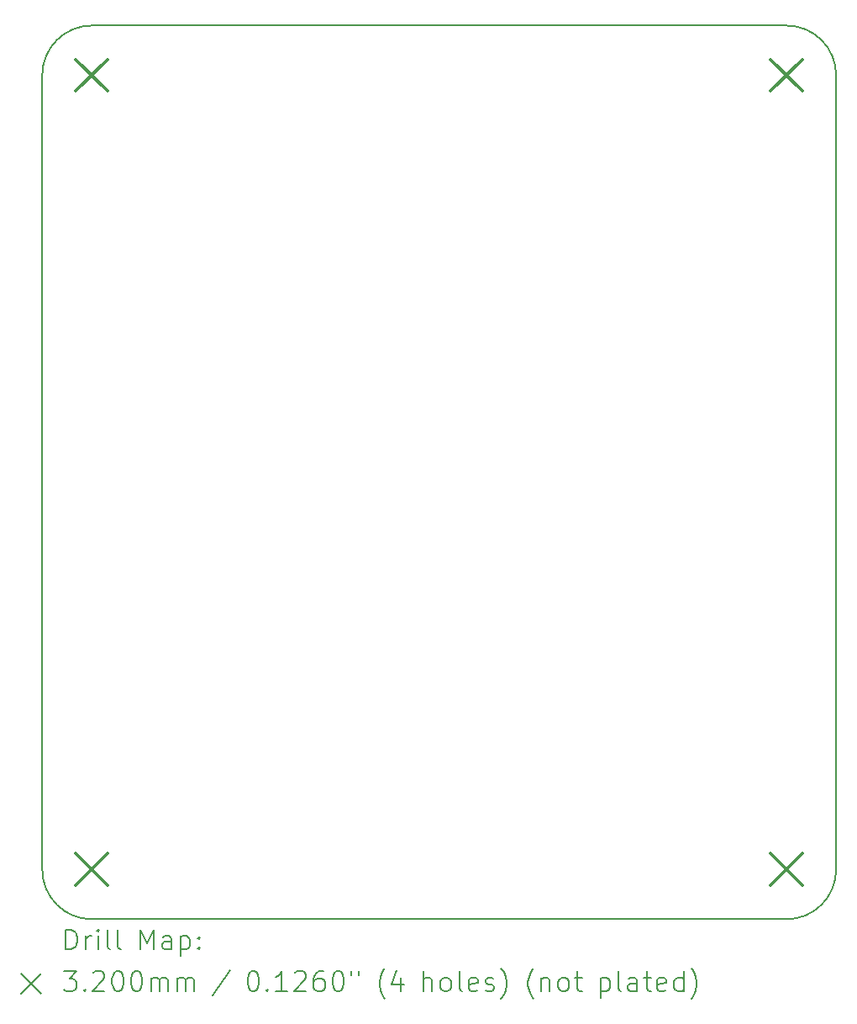
<source format=gbr>
%TF.GenerationSoftware,KiCad,Pcbnew,(7.0.0)*%
%TF.CreationDate,2023-04-04T20:57:11-04:00*%
%TF.ProjectId,ArenaController,4172656e-6143-46f6-9e74-726f6c6c6572,v0.4*%
%TF.SameCoordinates,Original*%
%TF.FileFunction,Drillmap*%
%TF.FilePolarity,Positive*%
%FSLAX45Y45*%
G04 Gerber Fmt 4.5, Leading zero omitted, Abs format (unit mm)*
G04 Created by KiCad (PCBNEW (7.0.0)) date 2023-04-04 20:57:11*
%MOMM*%
%LPD*%
G01*
G04 APERTURE LIST*
%ADD10C,0.200000*%
%ADD11C,0.320000*%
G04 APERTURE END LIST*
D10*
X10000000Y-4500000D02*
G75*
G03*
X9500000Y-5000000I0J-500000D01*
G01*
X9500000Y-13000000D02*
G75*
G03*
X10000000Y-13500000I500000J0D01*
G01*
X17500000Y-5000000D02*
G75*
G03*
X17000000Y-4500000I-500000J0D01*
G01*
X17500000Y-5000000D02*
X17500000Y-13000000D01*
X10000000Y-4500000D02*
X17000000Y-4500000D01*
X9500000Y-13000000D02*
X9500000Y-5000000D01*
X17000000Y-13500000D02*
G75*
G03*
X17500000Y-13000000I0J500000D01*
G01*
X17000000Y-13500000D02*
X10000000Y-13500000D01*
D11*
X9840000Y-4840000D02*
X10160000Y-5160000D01*
X10160000Y-4840000D02*
X9840000Y-5160000D01*
X9840000Y-12840000D02*
X10160000Y-13160000D01*
X10160000Y-12840000D02*
X9840000Y-13160000D01*
X16840000Y-4840000D02*
X17160000Y-5160000D01*
X17160000Y-4840000D02*
X16840000Y-5160000D01*
X16840000Y-12840000D02*
X17160000Y-13160000D01*
X17160000Y-12840000D02*
X16840000Y-13160000D01*
D10*
X9737619Y-13803476D02*
X9737619Y-13603476D01*
X9737619Y-13603476D02*
X9785238Y-13603476D01*
X9785238Y-13603476D02*
X9813810Y-13613000D01*
X9813810Y-13613000D02*
X9832857Y-13632048D01*
X9832857Y-13632048D02*
X9842381Y-13651095D01*
X9842381Y-13651095D02*
X9851905Y-13689190D01*
X9851905Y-13689190D02*
X9851905Y-13717762D01*
X9851905Y-13717762D02*
X9842381Y-13755857D01*
X9842381Y-13755857D02*
X9832857Y-13774905D01*
X9832857Y-13774905D02*
X9813810Y-13793952D01*
X9813810Y-13793952D02*
X9785238Y-13803476D01*
X9785238Y-13803476D02*
X9737619Y-13803476D01*
X9937619Y-13803476D02*
X9937619Y-13670143D01*
X9937619Y-13708238D02*
X9947143Y-13689190D01*
X9947143Y-13689190D02*
X9956667Y-13679667D01*
X9956667Y-13679667D02*
X9975714Y-13670143D01*
X9975714Y-13670143D02*
X9994762Y-13670143D01*
X10061429Y-13803476D02*
X10061429Y-13670143D01*
X10061429Y-13603476D02*
X10051905Y-13613000D01*
X10051905Y-13613000D02*
X10061429Y-13622524D01*
X10061429Y-13622524D02*
X10070952Y-13613000D01*
X10070952Y-13613000D02*
X10061429Y-13603476D01*
X10061429Y-13603476D02*
X10061429Y-13622524D01*
X10185238Y-13803476D02*
X10166190Y-13793952D01*
X10166190Y-13793952D02*
X10156667Y-13774905D01*
X10156667Y-13774905D02*
X10156667Y-13603476D01*
X10290000Y-13803476D02*
X10270952Y-13793952D01*
X10270952Y-13793952D02*
X10261429Y-13774905D01*
X10261429Y-13774905D02*
X10261429Y-13603476D01*
X10486190Y-13803476D02*
X10486190Y-13603476D01*
X10486190Y-13603476D02*
X10552857Y-13746333D01*
X10552857Y-13746333D02*
X10619524Y-13603476D01*
X10619524Y-13603476D02*
X10619524Y-13803476D01*
X10800476Y-13803476D02*
X10800476Y-13698714D01*
X10800476Y-13698714D02*
X10790952Y-13679667D01*
X10790952Y-13679667D02*
X10771905Y-13670143D01*
X10771905Y-13670143D02*
X10733809Y-13670143D01*
X10733809Y-13670143D02*
X10714762Y-13679667D01*
X10800476Y-13793952D02*
X10781429Y-13803476D01*
X10781429Y-13803476D02*
X10733809Y-13803476D01*
X10733809Y-13803476D02*
X10714762Y-13793952D01*
X10714762Y-13793952D02*
X10705238Y-13774905D01*
X10705238Y-13774905D02*
X10705238Y-13755857D01*
X10705238Y-13755857D02*
X10714762Y-13736809D01*
X10714762Y-13736809D02*
X10733809Y-13727286D01*
X10733809Y-13727286D02*
X10781429Y-13727286D01*
X10781429Y-13727286D02*
X10800476Y-13717762D01*
X10895714Y-13670143D02*
X10895714Y-13870143D01*
X10895714Y-13679667D02*
X10914762Y-13670143D01*
X10914762Y-13670143D02*
X10952857Y-13670143D01*
X10952857Y-13670143D02*
X10971905Y-13679667D01*
X10971905Y-13679667D02*
X10981429Y-13689190D01*
X10981429Y-13689190D02*
X10990952Y-13708238D01*
X10990952Y-13708238D02*
X10990952Y-13765381D01*
X10990952Y-13765381D02*
X10981429Y-13784428D01*
X10981429Y-13784428D02*
X10971905Y-13793952D01*
X10971905Y-13793952D02*
X10952857Y-13803476D01*
X10952857Y-13803476D02*
X10914762Y-13803476D01*
X10914762Y-13803476D02*
X10895714Y-13793952D01*
X11076667Y-13784428D02*
X11086190Y-13793952D01*
X11086190Y-13793952D02*
X11076667Y-13803476D01*
X11076667Y-13803476D02*
X11067143Y-13793952D01*
X11067143Y-13793952D02*
X11076667Y-13784428D01*
X11076667Y-13784428D02*
X11076667Y-13803476D01*
X11076667Y-13679667D02*
X11086190Y-13689190D01*
X11086190Y-13689190D02*
X11076667Y-13698714D01*
X11076667Y-13698714D02*
X11067143Y-13689190D01*
X11067143Y-13689190D02*
X11076667Y-13679667D01*
X11076667Y-13679667D02*
X11076667Y-13698714D01*
X9290000Y-14050000D02*
X9490000Y-14250000D01*
X9490000Y-14050000D02*
X9290000Y-14250000D01*
X9718571Y-14023476D02*
X9842381Y-14023476D01*
X9842381Y-14023476D02*
X9775714Y-14099667D01*
X9775714Y-14099667D02*
X9804286Y-14099667D01*
X9804286Y-14099667D02*
X9823333Y-14109190D01*
X9823333Y-14109190D02*
X9832857Y-14118714D01*
X9832857Y-14118714D02*
X9842381Y-14137762D01*
X9842381Y-14137762D02*
X9842381Y-14185381D01*
X9842381Y-14185381D02*
X9832857Y-14204428D01*
X9832857Y-14204428D02*
X9823333Y-14213952D01*
X9823333Y-14213952D02*
X9804286Y-14223476D01*
X9804286Y-14223476D02*
X9747143Y-14223476D01*
X9747143Y-14223476D02*
X9728095Y-14213952D01*
X9728095Y-14213952D02*
X9718571Y-14204428D01*
X9928095Y-14204428D02*
X9937619Y-14213952D01*
X9937619Y-14213952D02*
X9928095Y-14223476D01*
X9928095Y-14223476D02*
X9918571Y-14213952D01*
X9918571Y-14213952D02*
X9928095Y-14204428D01*
X9928095Y-14204428D02*
X9928095Y-14223476D01*
X10013810Y-14042524D02*
X10023333Y-14033000D01*
X10023333Y-14033000D02*
X10042381Y-14023476D01*
X10042381Y-14023476D02*
X10090000Y-14023476D01*
X10090000Y-14023476D02*
X10109048Y-14033000D01*
X10109048Y-14033000D02*
X10118571Y-14042524D01*
X10118571Y-14042524D02*
X10128095Y-14061571D01*
X10128095Y-14061571D02*
X10128095Y-14080619D01*
X10128095Y-14080619D02*
X10118571Y-14109190D01*
X10118571Y-14109190D02*
X10004286Y-14223476D01*
X10004286Y-14223476D02*
X10128095Y-14223476D01*
X10251905Y-14023476D02*
X10270952Y-14023476D01*
X10270952Y-14023476D02*
X10290000Y-14033000D01*
X10290000Y-14033000D02*
X10299524Y-14042524D01*
X10299524Y-14042524D02*
X10309048Y-14061571D01*
X10309048Y-14061571D02*
X10318571Y-14099667D01*
X10318571Y-14099667D02*
X10318571Y-14147286D01*
X10318571Y-14147286D02*
X10309048Y-14185381D01*
X10309048Y-14185381D02*
X10299524Y-14204428D01*
X10299524Y-14204428D02*
X10290000Y-14213952D01*
X10290000Y-14213952D02*
X10270952Y-14223476D01*
X10270952Y-14223476D02*
X10251905Y-14223476D01*
X10251905Y-14223476D02*
X10232857Y-14213952D01*
X10232857Y-14213952D02*
X10223333Y-14204428D01*
X10223333Y-14204428D02*
X10213810Y-14185381D01*
X10213810Y-14185381D02*
X10204286Y-14147286D01*
X10204286Y-14147286D02*
X10204286Y-14099667D01*
X10204286Y-14099667D02*
X10213810Y-14061571D01*
X10213810Y-14061571D02*
X10223333Y-14042524D01*
X10223333Y-14042524D02*
X10232857Y-14033000D01*
X10232857Y-14033000D02*
X10251905Y-14023476D01*
X10442381Y-14023476D02*
X10461429Y-14023476D01*
X10461429Y-14023476D02*
X10480476Y-14033000D01*
X10480476Y-14033000D02*
X10490000Y-14042524D01*
X10490000Y-14042524D02*
X10499524Y-14061571D01*
X10499524Y-14061571D02*
X10509048Y-14099667D01*
X10509048Y-14099667D02*
X10509048Y-14147286D01*
X10509048Y-14147286D02*
X10499524Y-14185381D01*
X10499524Y-14185381D02*
X10490000Y-14204428D01*
X10490000Y-14204428D02*
X10480476Y-14213952D01*
X10480476Y-14213952D02*
X10461429Y-14223476D01*
X10461429Y-14223476D02*
X10442381Y-14223476D01*
X10442381Y-14223476D02*
X10423333Y-14213952D01*
X10423333Y-14213952D02*
X10413810Y-14204428D01*
X10413810Y-14204428D02*
X10404286Y-14185381D01*
X10404286Y-14185381D02*
X10394762Y-14147286D01*
X10394762Y-14147286D02*
X10394762Y-14099667D01*
X10394762Y-14099667D02*
X10404286Y-14061571D01*
X10404286Y-14061571D02*
X10413810Y-14042524D01*
X10413810Y-14042524D02*
X10423333Y-14033000D01*
X10423333Y-14033000D02*
X10442381Y-14023476D01*
X10594762Y-14223476D02*
X10594762Y-14090143D01*
X10594762Y-14109190D02*
X10604286Y-14099667D01*
X10604286Y-14099667D02*
X10623333Y-14090143D01*
X10623333Y-14090143D02*
X10651905Y-14090143D01*
X10651905Y-14090143D02*
X10670952Y-14099667D01*
X10670952Y-14099667D02*
X10680476Y-14118714D01*
X10680476Y-14118714D02*
X10680476Y-14223476D01*
X10680476Y-14118714D02*
X10690000Y-14099667D01*
X10690000Y-14099667D02*
X10709048Y-14090143D01*
X10709048Y-14090143D02*
X10737619Y-14090143D01*
X10737619Y-14090143D02*
X10756667Y-14099667D01*
X10756667Y-14099667D02*
X10766191Y-14118714D01*
X10766191Y-14118714D02*
X10766191Y-14223476D01*
X10861429Y-14223476D02*
X10861429Y-14090143D01*
X10861429Y-14109190D02*
X10870952Y-14099667D01*
X10870952Y-14099667D02*
X10890000Y-14090143D01*
X10890000Y-14090143D02*
X10918572Y-14090143D01*
X10918572Y-14090143D02*
X10937619Y-14099667D01*
X10937619Y-14099667D02*
X10947143Y-14118714D01*
X10947143Y-14118714D02*
X10947143Y-14223476D01*
X10947143Y-14118714D02*
X10956667Y-14099667D01*
X10956667Y-14099667D02*
X10975714Y-14090143D01*
X10975714Y-14090143D02*
X11004286Y-14090143D01*
X11004286Y-14090143D02*
X11023333Y-14099667D01*
X11023333Y-14099667D02*
X11032857Y-14118714D01*
X11032857Y-14118714D02*
X11032857Y-14223476D01*
X11390952Y-14013952D02*
X11219524Y-14271095D01*
X11615714Y-14023476D02*
X11634762Y-14023476D01*
X11634762Y-14023476D02*
X11653810Y-14033000D01*
X11653810Y-14033000D02*
X11663333Y-14042524D01*
X11663333Y-14042524D02*
X11672857Y-14061571D01*
X11672857Y-14061571D02*
X11682381Y-14099667D01*
X11682381Y-14099667D02*
X11682381Y-14147286D01*
X11682381Y-14147286D02*
X11672857Y-14185381D01*
X11672857Y-14185381D02*
X11663333Y-14204428D01*
X11663333Y-14204428D02*
X11653810Y-14213952D01*
X11653810Y-14213952D02*
X11634762Y-14223476D01*
X11634762Y-14223476D02*
X11615714Y-14223476D01*
X11615714Y-14223476D02*
X11596667Y-14213952D01*
X11596667Y-14213952D02*
X11587143Y-14204428D01*
X11587143Y-14204428D02*
X11577619Y-14185381D01*
X11577619Y-14185381D02*
X11568095Y-14147286D01*
X11568095Y-14147286D02*
X11568095Y-14099667D01*
X11568095Y-14099667D02*
X11577619Y-14061571D01*
X11577619Y-14061571D02*
X11587143Y-14042524D01*
X11587143Y-14042524D02*
X11596667Y-14033000D01*
X11596667Y-14033000D02*
X11615714Y-14023476D01*
X11768095Y-14204428D02*
X11777619Y-14213952D01*
X11777619Y-14213952D02*
X11768095Y-14223476D01*
X11768095Y-14223476D02*
X11758571Y-14213952D01*
X11758571Y-14213952D02*
X11768095Y-14204428D01*
X11768095Y-14204428D02*
X11768095Y-14223476D01*
X11968095Y-14223476D02*
X11853810Y-14223476D01*
X11910952Y-14223476D02*
X11910952Y-14023476D01*
X11910952Y-14023476D02*
X11891905Y-14052048D01*
X11891905Y-14052048D02*
X11872857Y-14071095D01*
X11872857Y-14071095D02*
X11853810Y-14080619D01*
X12044286Y-14042524D02*
X12053810Y-14033000D01*
X12053810Y-14033000D02*
X12072857Y-14023476D01*
X12072857Y-14023476D02*
X12120476Y-14023476D01*
X12120476Y-14023476D02*
X12139524Y-14033000D01*
X12139524Y-14033000D02*
X12149048Y-14042524D01*
X12149048Y-14042524D02*
X12158571Y-14061571D01*
X12158571Y-14061571D02*
X12158571Y-14080619D01*
X12158571Y-14080619D02*
X12149048Y-14109190D01*
X12149048Y-14109190D02*
X12034762Y-14223476D01*
X12034762Y-14223476D02*
X12158571Y-14223476D01*
X12330000Y-14023476D02*
X12291905Y-14023476D01*
X12291905Y-14023476D02*
X12272857Y-14033000D01*
X12272857Y-14033000D02*
X12263333Y-14042524D01*
X12263333Y-14042524D02*
X12244286Y-14071095D01*
X12244286Y-14071095D02*
X12234762Y-14109190D01*
X12234762Y-14109190D02*
X12234762Y-14185381D01*
X12234762Y-14185381D02*
X12244286Y-14204428D01*
X12244286Y-14204428D02*
X12253810Y-14213952D01*
X12253810Y-14213952D02*
X12272857Y-14223476D01*
X12272857Y-14223476D02*
X12310952Y-14223476D01*
X12310952Y-14223476D02*
X12330000Y-14213952D01*
X12330000Y-14213952D02*
X12339524Y-14204428D01*
X12339524Y-14204428D02*
X12349048Y-14185381D01*
X12349048Y-14185381D02*
X12349048Y-14137762D01*
X12349048Y-14137762D02*
X12339524Y-14118714D01*
X12339524Y-14118714D02*
X12330000Y-14109190D01*
X12330000Y-14109190D02*
X12310952Y-14099667D01*
X12310952Y-14099667D02*
X12272857Y-14099667D01*
X12272857Y-14099667D02*
X12253810Y-14109190D01*
X12253810Y-14109190D02*
X12244286Y-14118714D01*
X12244286Y-14118714D02*
X12234762Y-14137762D01*
X12472857Y-14023476D02*
X12491905Y-14023476D01*
X12491905Y-14023476D02*
X12510952Y-14033000D01*
X12510952Y-14033000D02*
X12520476Y-14042524D01*
X12520476Y-14042524D02*
X12530000Y-14061571D01*
X12530000Y-14061571D02*
X12539524Y-14099667D01*
X12539524Y-14099667D02*
X12539524Y-14147286D01*
X12539524Y-14147286D02*
X12530000Y-14185381D01*
X12530000Y-14185381D02*
X12520476Y-14204428D01*
X12520476Y-14204428D02*
X12510952Y-14213952D01*
X12510952Y-14213952D02*
X12491905Y-14223476D01*
X12491905Y-14223476D02*
X12472857Y-14223476D01*
X12472857Y-14223476D02*
X12453810Y-14213952D01*
X12453810Y-14213952D02*
X12444286Y-14204428D01*
X12444286Y-14204428D02*
X12434762Y-14185381D01*
X12434762Y-14185381D02*
X12425238Y-14147286D01*
X12425238Y-14147286D02*
X12425238Y-14099667D01*
X12425238Y-14099667D02*
X12434762Y-14061571D01*
X12434762Y-14061571D02*
X12444286Y-14042524D01*
X12444286Y-14042524D02*
X12453810Y-14033000D01*
X12453810Y-14033000D02*
X12472857Y-14023476D01*
X12615714Y-14023476D02*
X12615714Y-14061571D01*
X12691905Y-14023476D02*
X12691905Y-14061571D01*
X12954762Y-14299667D02*
X12945238Y-14290143D01*
X12945238Y-14290143D02*
X12926191Y-14261571D01*
X12926191Y-14261571D02*
X12916667Y-14242524D01*
X12916667Y-14242524D02*
X12907143Y-14213952D01*
X12907143Y-14213952D02*
X12897619Y-14166333D01*
X12897619Y-14166333D02*
X12897619Y-14128238D01*
X12897619Y-14128238D02*
X12907143Y-14080619D01*
X12907143Y-14080619D02*
X12916667Y-14052048D01*
X12916667Y-14052048D02*
X12926191Y-14033000D01*
X12926191Y-14033000D02*
X12945238Y-14004428D01*
X12945238Y-14004428D02*
X12954762Y-13994905D01*
X13116667Y-14090143D02*
X13116667Y-14223476D01*
X13069048Y-14013952D02*
X13021429Y-14156809D01*
X13021429Y-14156809D02*
X13145238Y-14156809D01*
X13341429Y-14223476D02*
X13341429Y-14023476D01*
X13427143Y-14223476D02*
X13427143Y-14118714D01*
X13427143Y-14118714D02*
X13417619Y-14099667D01*
X13417619Y-14099667D02*
X13398572Y-14090143D01*
X13398572Y-14090143D02*
X13370000Y-14090143D01*
X13370000Y-14090143D02*
X13350952Y-14099667D01*
X13350952Y-14099667D02*
X13341429Y-14109190D01*
X13550952Y-14223476D02*
X13531905Y-14213952D01*
X13531905Y-14213952D02*
X13522381Y-14204428D01*
X13522381Y-14204428D02*
X13512857Y-14185381D01*
X13512857Y-14185381D02*
X13512857Y-14128238D01*
X13512857Y-14128238D02*
X13522381Y-14109190D01*
X13522381Y-14109190D02*
X13531905Y-14099667D01*
X13531905Y-14099667D02*
X13550952Y-14090143D01*
X13550952Y-14090143D02*
X13579524Y-14090143D01*
X13579524Y-14090143D02*
X13598572Y-14099667D01*
X13598572Y-14099667D02*
X13608095Y-14109190D01*
X13608095Y-14109190D02*
X13617619Y-14128238D01*
X13617619Y-14128238D02*
X13617619Y-14185381D01*
X13617619Y-14185381D02*
X13608095Y-14204428D01*
X13608095Y-14204428D02*
X13598572Y-14213952D01*
X13598572Y-14213952D02*
X13579524Y-14223476D01*
X13579524Y-14223476D02*
X13550952Y-14223476D01*
X13731905Y-14223476D02*
X13712857Y-14213952D01*
X13712857Y-14213952D02*
X13703333Y-14194905D01*
X13703333Y-14194905D02*
X13703333Y-14023476D01*
X13884286Y-14213952D02*
X13865238Y-14223476D01*
X13865238Y-14223476D02*
X13827143Y-14223476D01*
X13827143Y-14223476D02*
X13808095Y-14213952D01*
X13808095Y-14213952D02*
X13798572Y-14194905D01*
X13798572Y-14194905D02*
X13798572Y-14118714D01*
X13798572Y-14118714D02*
X13808095Y-14099667D01*
X13808095Y-14099667D02*
X13827143Y-14090143D01*
X13827143Y-14090143D02*
X13865238Y-14090143D01*
X13865238Y-14090143D02*
X13884286Y-14099667D01*
X13884286Y-14099667D02*
X13893810Y-14118714D01*
X13893810Y-14118714D02*
X13893810Y-14137762D01*
X13893810Y-14137762D02*
X13798572Y-14156809D01*
X13970000Y-14213952D02*
X13989048Y-14223476D01*
X13989048Y-14223476D02*
X14027143Y-14223476D01*
X14027143Y-14223476D02*
X14046191Y-14213952D01*
X14046191Y-14213952D02*
X14055714Y-14194905D01*
X14055714Y-14194905D02*
X14055714Y-14185381D01*
X14055714Y-14185381D02*
X14046191Y-14166333D01*
X14046191Y-14166333D02*
X14027143Y-14156809D01*
X14027143Y-14156809D02*
X13998572Y-14156809D01*
X13998572Y-14156809D02*
X13979524Y-14147286D01*
X13979524Y-14147286D02*
X13970000Y-14128238D01*
X13970000Y-14128238D02*
X13970000Y-14118714D01*
X13970000Y-14118714D02*
X13979524Y-14099667D01*
X13979524Y-14099667D02*
X13998572Y-14090143D01*
X13998572Y-14090143D02*
X14027143Y-14090143D01*
X14027143Y-14090143D02*
X14046191Y-14099667D01*
X14122381Y-14299667D02*
X14131905Y-14290143D01*
X14131905Y-14290143D02*
X14150953Y-14261571D01*
X14150953Y-14261571D02*
X14160476Y-14242524D01*
X14160476Y-14242524D02*
X14170000Y-14213952D01*
X14170000Y-14213952D02*
X14179524Y-14166333D01*
X14179524Y-14166333D02*
X14179524Y-14128238D01*
X14179524Y-14128238D02*
X14170000Y-14080619D01*
X14170000Y-14080619D02*
X14160476Y-14052048D01*
X14160476Y-14052048D02*
X14150953Y-14033000D01*
X14150953Y-14033000D02*
X14131905Y-14004428D01*
X14131905Y-14004428D02*
X14122381Y-13994905D01*
X14451905Y-14299667D02*
X14442381Y-14290143D01*
X14442381Y-14290143D02*
X14423333Y-14261571D01*
X14423333Y-14261571D02*
X14413810Y-14242524D01*
X14413810Y-14242524D02*
X14404286Y-14213952D01*
X14404286Y-14213952D02*
X14394762Y-14166333D01*
X14394762Y-14166333D02*
X14394762Y-14128238D01*
X14394762Y-14128238D02*
X14404286Y-14080619D01*
X14404286Y-14080619D02*
X14413810Y-14052048D01*
X14413810Y-14052048D02*
X14423333Y-14033000D01*
X14423333Y-14033000D02*
X14442381Y-14004428D01*
X14442381Y-14004428D02*
X14451905Y-13994905D01*
X14528095Y-14090143D02*
X14528095Y-14223476D01*
X14528095Y-14109190D02*
X14537619Y-14099667D01*
X14537619Y-14099667D02*
X14556667Y-14090143D01*
X14556667Y-14090143D02*
X14585238Y-14090143D01*
X14585238Y-14090143D02*
X14604286Y-14099667D01*
X14604286Y-14099667D02*
X14613810Y-14118714D01*
X14613810Y-14118714D02*
X14613810Y-14223476D01*
X14737619Y-14223476D02*
X14718572Y-14213952D01*
X14718572Y-14213952D02*
X14709048Y-14204428D01*
X14709048Y-14204428D02*
X14699524Y-14185381D01*
X14699524Y-14185381D02*
X14699524Y-14128238D01*
X14699524Y-14128238D02*
X14709048Y-14109190D01*
X14709048Y-14109190D02*
X14718572Y-14099667D01*
X14718572Y-14099667D02*
X14737619Y-14090143D01*
X14737619Y-14090143D02*
X14766191Y-14090143D01*
X14766191Y-14090143D02*
X14785238Y-14099667D01*
X14785238Y-14099667D02*
X14794762Y-14109190D01*
X14794762Y-14109190D02*
X14804286Y-14128238D01*
X14804286Y-14128238D02*
X14804286Y-14185381D01*
X14804286Y-14185381D02*
X14794762Y-14204428D01*
X14794762Y-14204428D02*
X14785238Y-14213952D01*
X14785238Y-14213952D02*
X14766191Y-14223476D01*
X14766191Y-14223476D02*
X14737619Y-14223476D01*
X14861429Y-14090143D02*
X14937619Y-14090143D01*
X14890000Y-14023476D02*
X14890000Y-14194905D01*
X14890000Y-14194905D02*
X14899524Y-14213952D01*
X14899524Y-14213952D02*
X14918572Y-14223476D01*
X14918572Y-14223476D02*
X14937619Y-14223476D01*
X15124286Y-14090143D02*
X15124286Y-14290143D01*
X15124286Y-14099667D02*
X15143333Y-14090143D01*
X15143333Y-14090143D02*
X15181429Y-14090143D01*
X15181429Y-14090143D02*
X15200476Y-14099667D01*
X15200476Y-14099667D02*
X15210000Y-14109190D01*
X15210000Y-14109190D02*
X15219524Y-14128238D01*
X15219524Y-14128238D02*
X15219524Y-14185381D01*
X15219524Y-14185381D02*
X15210000Y-14204428D01*
X15210000Y-14204428D02*
X15200476Y-14213952D01*
X15200476Y-14213952D02*
X15181429Y-14223476D01*
X15181429Y-14223476D02*
X15143333Y-14223476D01*
X15143333Y-14223476D02*
X15124286Y-14213952D01*
X15333810Y-14223476D02*
X15314762Y-14213952D01*
X15314762Y-14213952D02*
X15305238Y-14194905D01*
X15305238Y-14194905D02*
X15305238Y-14023476D01*
X15495714Y-14223476D02*
X15495714Y-14118714D01*
X15495714Y-14118714D02*
X15486191Y-14099667D01*
X15486191Y-14099667D02*
X15467143Y-14090143D01*
X15467143Y-14090143D02*
X15429048Y-14090143D01*
X15429048Y-14090143D02*
X15410000Y-14099667D01*
X15495714Y-14213952D02*
X15476667Y-14223476D01*
X15476667Y-14223476D02*
X15429048Y-14223476D01*
X15429048Y-14223476D02*
X15410000Y-14213952D01*
X15410000Y-14213952D02*
X15400476Y-14194905D01*
X15400476Y-14194905D02*
X15400476Y-14175857D01*
X15400476Y-14175857D02*
X15410000Y-14156809D01*
X15410000Y-14156809D02*
X15429048Y-14147286D01*
X15429048Y-14147286D02*
X15476667Y-14147286D01*
X15476667Y-14147286D02*
X15495714Y-14137762D01*
X15562381Y-14090143D02*
X15638572Y-14090143D01*
X15590953Y-14023476D02*
X15590953Y-14194905D01*
X15590953Y-14194905D02*
X15600476Y-14213952D01*
X15600476Y-14213952D02*
X15619524Y-14223476D01*
X15619524Y-14223476D02*
X15638572Y-14223476D01*
X15781429Y-14213952D02*
X15762381Y-14223476D01*
X15762381Y-14223476D02*
X15724286Y-14223476D01*
X15724286Y-14223476D02*
X15705238Y-14213952D01*
X15705238Y-14213952D02*
X15695714Y-14194905D01*
X15695714Y-14194905D02*
X15695714Y-14118714D01*
X15695714Y-14118714D02*
X15705238Y-14099667D01*
X15705238Y-14099667D02*
X15724286Y-14090143D01*
X15724286Y-14090143D02*
X15762381Y-14090143D01*
X15762381Y-14090143D02*
X15781429Y-14099667D01*
X15781429Y-14099667D02*
X15790953Y-14118714D01*
X15790953Y-14118714D02*
X15790953Y-14137762D01*
X15790953Y-14137762D02*
X15695714Y-14156809D01*
X15962381Y-14223476D02*
X15962381Y-14023476D01*
X15962381Y-14213952D02*
X15943334Y-14223476D01*
X15943334Y-14223476D02*
X15905238Y-14223476D01*
X15905238Y-14223476D02*
X15886191Y-14213952D01*
X15886191Y-14213952D02*
X15876667Y-14204428D01*
X15876667Y-14204428D02*
X15867143Y-14185381D01*
X15867143Y-14185381D02*
X15867143Y-14128238D01*
X15867143Y-14128238D02*
X15876667Y-14109190D01*
X15876667Y-14109190D02*
X15886191Y-14099667D01*
X15886191Y-14099667D02*
X15905238Y-14090143D01*
X15905238Y-14090143D02*
X15943334Y-14090143D01*
X15943334Y-14090143D02*
X15962381Y-14099667D01*
X16038572Y-14299667D02*
X16048095Y-14290143D01*
X16048095Y-14290143D02*
X16067143Y-14261571D01*
X16067143Y-14261571D02*
X16076667Y-14242524D01*
X16076667Y-14242524D02*
X16086191Y-14213952D01*
X16086191Y-14213952D02*
X16095714Y-14166333D01*
X16095714Y-14166333D02*
X16095714Y-14128238D01*
X16095714Y-14128238D02*
X16086191Y-14080619D01*
X16086191Y-14080619D02*
X16076667Y-14052048D01*
X16076667Y-14052048D02*
X16067143Y-14033000D01*
X16067143Y-14033000D02*
X16048095Y-14004428D01*
X16048095Y-14004428D02*
X16038572Y-13994905D01*
M02*

</source>
